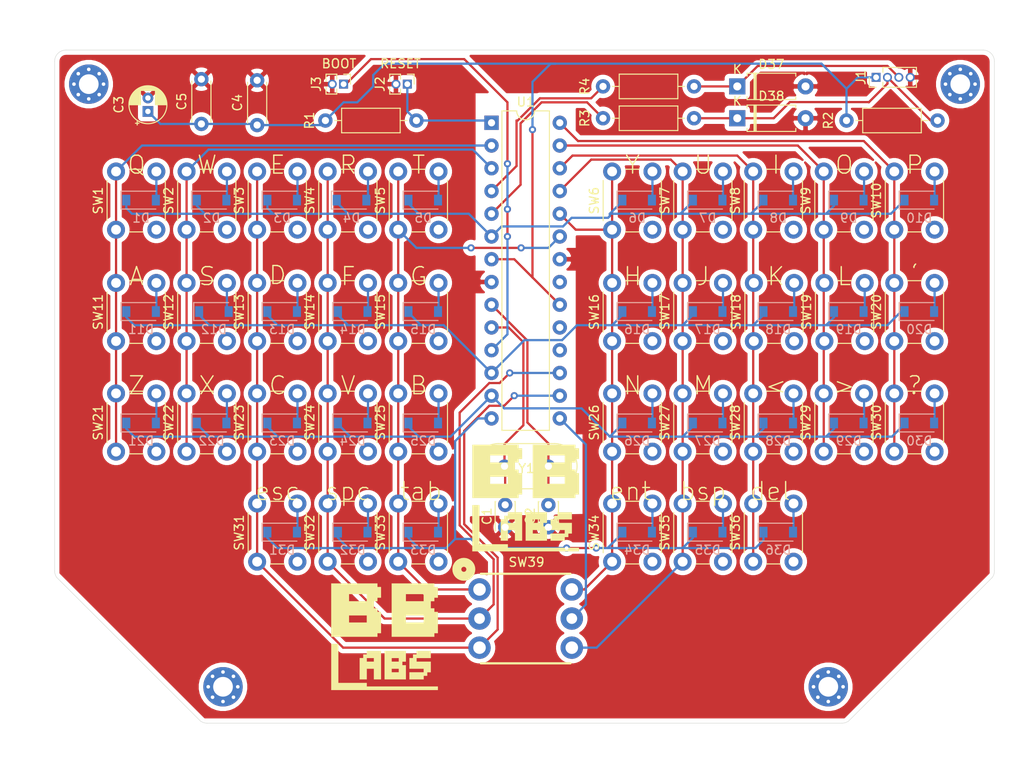
<source format=kicad_pcb>
(kicad_pcb (version 20211014) (generator pcbnew)
  (layers (0 "F.Cu" signal) (31 "B.Cu" signal) (34 "B.Paste" user) (35 "F.Paste" user) (36 "B.SilkS" user "B.Silkscreen") (37 "F.SilkS" user "F.Silkscreen") (38 "B.Mask" user) (39 "F.Mask" user) (44 "Edge.Cuts" user))
  (net 0 "")
  (net 1 "GND")
  (net 2 "Net-(C1-Pad1)")
  (net 3 "Net-(C2-Pad1)")
  (net 4 "+5V")
  (net 5 "Net-(D1-Pad2)")
  (net 6 "ROW0")
  (net 7 "Net-(D2-Pad2)")
  (net 8 "ROW1")
  (net 9 "Net-(D3-Pad2)")
  (net 10 "ROW2")
  (net 11 "Net-(D4-Pad2)")
  (net 12 "Net-(D5-Pad2)")
  (net 13 "Net-(D6-Pad2)")
  (net 14 "Net-(D7-Pad2)")
  (net 15 "Net-(D8-Pad2)")
  (net 16 "Net-(D9-Pad2)")
  (net 17 "Net-(D10-Pad2)")
  (net 18 "ROW3")
  (net 19 "Net-(D11-Pad2)")
  (net 20 "Net-(D12-Pad2)")
  (net 21 "Net-(D13-Pad2)")
  (net 22 "Net-(D14-Pad2)")
  (net 23 "Net-(D15-Pad2)")
  (net 24 "Net-(D16-Pad2)")
  (net 25 "Net-(D17-Pad2)")
  (net 26 "Net-(D18-Pad2)")
  (net 27 "Net-(D19-Pad2)")
  (net 28 "Net-(D20-Pad2)")
  (net 29 "Net-(D21-Pad2)")
  (net 30 "Net-(D22-Pad2)")
  (net 31 "Net-(D23-Pad2)")
  (net 32 "Net-(D24-Pad2)")
  (net 33 "Net-(D25-Pad2)")
  (net 34 "Net-(D26-Pad2)")
  (net 35 "Net-(D27-Pad2)")
  (net 36 "Net-(D28-Pad2)")
  (net 37 "Net-(D29-Pad2)")
  (net 38 "Net-(D30-Pad2)")
  (net 39 "Net-(D31-Pad2)")
  (net 40 "Net-(D32-Pad2)")
  (net 41 "Net-(D33-Pad2)")
  (net 42 "Net-(D34-Pad2)")
  (net 43 "Net-(D35-Pad2)")
  (net 44 "Net-(D36-Pad2)")
  (net 45 "USB_D+")
  (net 46 "USB_D-")
  (net 47 "COL0")
  (net 48 "COL1")
  (net 49 "COL2")
  (net 50 "COL3")
  (net 51 "COL4")
  (net 52 "COL5")
  (net 53 "COL6")
  (net 54 "COL7")
  (net 55 "COL8")
  (net 56 "COL9")
  (net 57 "Net-(U1-Pad21)")
  (net 58 "Net-(U1-Pad19)")
  (net 59 "Net-(U1-Pad18)")
  (net 60 "ROW4")
  (net 61 "Net-(J2-Pad1)")
  (net 62 "Net-(J3-Pad1)")
  (net 63 "Net-(H1-Pad1)")
  (net 64 "Net-(H2-Pad1)")
  (net 65 "Net-(H3-Pad1)")
  (net 66 "Net-(H4-Pad1)")
  (net 67 "Net-(D37-Pad1)")
  (net 68 "Net-(D38-Pad1)")
  (footprint "Resistor_THT:R_Axial_DIN0207_L6.3mm_D2.5mm_P10.16mm_Horizontal" (layer "F.Cu") (at 104.648 43.18)
    (fp_text reference "R1")
    (fp_text value "10k")
  )
  (footprint "Resistor_THT:R_Axial_DIN0207_L6.3mm_D2.5mm_P10.16mm_Horizontal" (layer "F.Cu") (at 162.814 43.18)
    (fp_text reference "R2")
    (fp_text value "1.5k")
  )
  (footprint "Resistor_THT:R_Axial_DIN0207_L6.3mm_D2.5mm_P10.16mm_Horizontal" (layer "F.Cu") (at 135.636 42.926)
    (fp_text reference "R3")
    (fp_text value "75R")
  )
  (footprint "Resistor_THT:R_Axial_DIN0207_L6.3mm_D2.5mm_P10.16mm_Horizontal" (layer "F.Cu") (at 135.636 39.37)
    (fp_text reference "R4")
    (fp_text value "75R")
  )
  (footprint "RSU:switch_5way" (layer "F.Cu") (at 127 98.806)
    (fp_text reference "SW39")
    (fp_text value "5-way_switch")
  )
  (footprint "Connector_PinHeader_1.27mm:PinHeader_1x04_P1.27mm_Vertical" (layer "F.Cu") (at 166.116 38.354 90)
    (fp_text reference "J1")
    (fp_text value "USB_Connector")
  )
  (footprint "Capacitor_THT:CP_Radial_D4.0mm_P1.50mm" (layer "F.Cu") (at 84.836 42.164 90)
    (fp_text reference "C3")
    (fp_text value "4.7u")
  )
  (footprint "Capacitor_THT:C_Disc_D4.3mm_W1.9mm_P5.00mm" (layer "F.Cu") (at 97.028 43.688 90)
    (fp_text reference "C4")
    (fp_text value "100n")
  )
  (footprint "Capacitor_THT:C_Disc_D4.3mm_W1.9mm_P5.00mm" (layer "F.Cu") (at 90.805 43.561 90)
    (fp_text reference "C5")
    (fp_text value "100n")
  )
  (footprint "Connector_PinHeader_1.27mm:PinHeader_1x02_P1.27mm_Vertical" (layer "F.Cu") (at 113.792 39.116 -90)
    (fp_text reference "J2")
    (fp_text value "RESET")
  )
  (footprint "Connector_PinHeader_1.27mm:PinHeader_1x02_P1.27mm_Vertical" (layer "F.Cu") (at 106.68 39.116 -90)
    (fp_text reference "J3")
    (fp_text value "BOOT")
  )
  (footprint "RSU:SW_PUSH_6mm_with_hole" (layer "F.Cu") (at 81.28 67.818 90)
    (fp_text reference "SW11")
    (fp_text value "SW_Push_Dual")
  )
  (footprint "RSU:SW_PUSH_6mm_with_hole" (layer "F.Cu") (at 81.28 80.16 90)
    (fp_text reference "SW21")
    (fp_text value "SW_Push_Dual")
  )
  (footprint "RSU:SW_PUSH_6mm_with_hole" (layer "F.Cu") (at 89.154 55.372 90)
    (fp_text reference "SW2")
    (fp_text value "SW_Push_Dual")
  )
  (footprint "RSU:SW_PUSH_6mm_with_hole" (layer "F.Cu") (at 89.154 67.818 90)
    (fp_text reference "SW12")
    (fp_text value "SW_Push_Dual")
  )
  (footprint "RSU:SW_PUSH_6mm_with_hole" (layer "F.Cu") (at 89.154 80.16 90)
    (fp_text reference "SW22")
    (fp_text value "SW_Push_Dual")
  )
  (footprint "RSU:SW_PUSH_6mm_with_hole" (layer "F.Cu") (at 97.028 55.372 90)
    (fp_text reference "SW3")
    (fp_text value "SW_Push_Dual")
  )
  (footprint "RSU:SW_PUSH_6mm_with_hole" (layer "F.Cu") (at 97.028 67.818 90)
    (fp_text reference "SW13")
    (fp_text value "SW_Push_Dual")
  )
  (footprint "RSU:SW_PUSH_6mm_with_hole" (layer "F.Cu") (at 97.028 80.16 90)
    (fp_text reference "SW23")
    (fp_text value "SW_Push_Dual")
  )
  (footprint "RSU:SW_PUSH_6mm_with_hole" (layer "F.Cu") (at 97.028 92.456 90)
    (fp_text reference "SW31")
    (fp_text value "SW_Push_Dual")
  )
  (footprint "RSU:SW_PUSH_6mm_with_hole" (layer "F.Cu") (at 104.902 55.372 90)
    (fp_text reference "SW4")
    (fp_text value "SW_Push_Dual")
  )
  (footprint "RSU:SW_PUSH_6mm_with_hole" (layer "F.Cu") (at 104.902 67.818 90)
    (fp_text reference "SW14")
    (fp_text value "SW_Push_Dual")
  )
  (footprint "RSU:SW_PUSH_6mm_with_hole" (layer "F.Cu") (at 104.902 80.16 90)
    (fp_text reference "SW24")
    (fp_text value "SW_Push_Dual")
  )
  (footprint "RSU:SW_PUSH_6mm_with_hole" (layer "F.Cu") (at 104.902 92.456 90)
    (fp_text reference "SW32")
    (fp_text value "SW_Push_Dual")
  )
  (footprint "RSU:SW_PUSH_6mm_with_hole" (layer "F.Cu") (at 81.28 55.372 90)
    (fp_text reference "SW1")
    (fp_text value "SW_Push_Dual")
  )
  (footprint "RSU:SW_PUSH_6mm_with_hole" (layer "F.Cu") (at 144.526 55.372 90)
    (fp_text reference "SW7")
    (fp_text value "SW_Push_Dual")
  )
  (footprint "RSU:SW_PUSH_6mm_with_hole" (layer "F.Cu") (at 144.526 67.818 90)
    (fp_text reference "SW17")
    (fp_text value "SW_Push_Dual")
  )
  (footprint "RSU:SW_PUSH_6mm_with_hole" (layer "F.Cu") (at 144.526 80.16 90)
    (fp_text reference "SW27")
    (fp_text value "SW_Push_Dual")
  )
  (footprint "RSU:SW_PUSH_6mm_with_hole" (layer "F.Cu") (at 144.526 92.456 90)
    (fp_text reference "SW35")
    (fp_text value "SW_Push_Dual")
  )
  (footprint "RSU:SW_PUSH_6mm_with_hole" (layer "F.Cu") (at 152.4 55.372 90)
    (fp_text reference "SW8")
    (fp_text value "SW_Push_Dual")
  )
  (footprint "RSU:SW_PUSH_6mm_with_hole" (layer "F.Cu") (at 152.472 67.818 90)
    (fp_text reference "SW18")
    (fp_text value "SW_Push_Dual")
  )
  (footprint "RSU:SW_PUSH_6mm_with_hole" (layer "F.Cu") (at 152.4 80.16 90)
    (fp_text reference "SW28")
    (fp_text value "SW_Push_Dual")
  )
  (footprint "RSU:SW_PUSH_6mm_with_hole" (layer "F.Cu") (at 152.4 92.456 90)
    (fp_text reference "SW36")
    (fp_text value "SW_Push_Dual")
  )
  (footprint "RSU:SW_PUSH_6mm_with_hole" (layer "F.Cu") (at 160.274 55.372 90)
    (fp_text reference "SW9")
    (fp_text value "SW_Push_Dual")
  )
  (footprint "RSU:SW_PUSH_6mm_with_hole" (layer "F.Cu") (at 160.346 67.818 90)
    (fp_text reference "SW19")
    (fp_text value "SW_Push_Dual")
  )
  (footprint "RSU:SW_PUSH_6mm_with_hole" (layer "F.Cu") (at 160.274 80.16 90)
    (fp_text reference "SW29")
    (fp_text value "SW_Push_Dual")
  )
  (footprint "RSU:SW_PUSH_6mm_with_hole" (layer "F.Cu") (at 168.148 55.372 90)
    (fp_text reference "SW10")
    (fp_text value "SW_Push_Dual")
  )
  (footprint "RSU:SW_PUSH_6mm_with_hole" (layer "F.Cu") (at 112.776 55.372 90)
    (fp_text reference "SW5")
    (fp_text value "SW_Push_Dual")
  )
  (footprint "RSU:SW_PUSH_6mm_with_hole" (layer "F.Cu") (at 112.776 92.456 90)
    (fp_text reference "SW33")
    (fp_text value "SW_Push_Dual")
  )
  (footprint "RSU:SW_PUSH_6mm_with_hole" (layer "F.Cu") (at 136.652 55.372 90)
    (fp_text reference "SW6")
    (fp_text value "SW_Push_Dual")
  )
  (footprint "RSU:SW_PUSH_6mm_with_hole" (layer "F.Cu") (at 112.776 67.818 90)
    (fp_text reference "SW15")
    (fp_text value "SW_Push_Dual")
  )
  (footprint "RSU:SW_PUSH_6mm_with_hole" (layer "F.Cu") (at 136.652 67.818 90)
    (fp_text reference "SW16")
    (fp_text value "SW_Push_Dual")
  )
  (footprint "RSU:SW_PUSH_6mm_with_hole" (layer "F.Cu") (at 168.148 67.818 90)
    (fp_text reference "SW20")
    (fp_text value "SW_Push_Dual")
  )
  (footprint "RSU:SW_PUSH_6mm_with_hole" (layer "F.Cu") (at 136.652 80.16 90)
    (fp_text reference "SW26")
    (fp_text value "SW_Push_Dual")
  )
  (footprint "RSU:SW_PUSH_6mm_with_hole" (layer "F.Cu") (at 168.148 80.16 90)
    (fp_text reference "SW30")
    (fp_text value "SW_Push_Dual")
  )
  (footprint "RSU:SW_PUSH_6mm_with_hole" (layer "F.Cu") (at 136.652 92.456 90)
    (fp_text reference "SW34")
    (fp_text value "SW_Push_Dual")
  )
  (footprint "Package_DIP:DIP-28_W7.62mm" (layer "F.Cu") (at 123.19 43.434)
    (fp_text reference "U1")
    (fp_text value "ATmega328-PU")
  )
  (footprint "Capacitor_THT:C_Disc_D3.0mm_W2.0mm_P2.50mm" (layer "F.Cu") (at 124.714 86.106 -90)
    (fp_text reference "C1")
    (fp_text value "22p")
  )
  (footprint "Crystal:Crystal_HC18-U_Vertical" (layer "F.Cu") (at 129.54 81.788 180)
    (fp_text reference "Y1")
    (fp_text value "16mhz")
  )
  (footprint "Capacitor_THT:C_Disc_D3.0mm_W2.0mm_P2.50mm" (layer "F.Cu") (at 129.54 86.106 -90)
    (fp_text reference "C2")
    (fp_text value "22p")
  )
  (footprint "RSU:SW_PUSH_6mm_with_hole" (layer "F.Cu") (at 112.776 80.16 90)
    (fp_text reference "SW25")
    (fp_text value "SW_Push_Dual")
  )
  (footprint "Horizon:Mount_M2" (layer "F.Cu") (at 78.232 39.116)
    (fp_text reference "H1" hide)
    (fp_text value "Hole_Pad" hide)
  )
  (footprint "Horizon:Mount_M2" (layer "F.Cu") (at 175.514 39.116)
    (fp_text reference "H3" hide)
    (fp_text value "Hole_Pad" hide)
  )
  (footprint "Diode_THT:D_A-405_P7.62mm_Horizontal" (layer "F.Cu") (at 150.622 39.37)
    (fp_text reference "D37")
    (fp_text value "D_Zener")
  )
  (footprint "Diode_THT:D_A-405_P7.62mm_Horizontal" (layer "F.Cu") (at 150.622 42.926)
    (fp_text reference "D38")
    (fp_text value "D_Zener")
  )
  (footprint "Horizon:Mount_M2" (layer "F.Cu") (at 160.782 106.426)
    (fp_text reference "H2" hide)
    (fp_text value "Hole_Pad" hide)
  )
  (footprint "Horizon:Mount_M2" (layer "F.Cu") (at 93.218 106.426)
    (fp_text reference "H4" hide)
    (fp_text value "Hole_Pad" hide)
  )
  (footprint "RSU_Graphics:bblabs_logo_sml" (layer "F.Cu") (at 127 85.344)
    (fp_text reference "LOGO1" hide)
    (fp_text value "LOGO1" hide)
  )
  (footprint "RSU_Graphics:bblabs_logo_sml" (layer "F.Cu") (at 111.252 100.838)
    (fp_text reference "PCBLogo" hide)
    (fp_text value "PCBLogo" hide)
  )
  (footprint "Diode_SMD:D_SOD-123" (layer "B.Cu") (at 84.074 52.07)
    (fp_text reference "D1")
    (fp_text value "D")
  )
  (footprint "Diode_SMD:D_SOD-123" (layer "B.Cu") (at 84.074 64.516)
    (fp_text reference "D11")
    (fp_text value "D")
  )
  (footprint "Diode_SMD:D_SOD-123" (layer "B.Cu") (at 84.074 76.962)
    (fp_text reference "D21")
    (fp_text value "D")
  )
  (footprint "Diode_SMD:D_SOD-123" (layer "B.Cu") (at 91.948 52.07)
    (fp_text reference "D2")
    (fp_text value "D")
  )
  (footprint "Diode_SMD:D_SOD-123" (layer "B.Cu") (at 92.202 64.516)
    (fp_text reference "D12")
    (fp_text value "D")
  )
  (footprint "Diode_SMD:D_SOD-123" (layer "B.Cu") (at 91.948 76.962)
    (fp_text reference "D22")
    (fp_text value "D")
  )
  (footprint "Diode_SMD:D_SOD-123" (layer "B.Cu") (at 99.822 52.07)
    (fp_text reference "D3")
    (fp_text value "D")
  )
  (footprint "Diode_SMD:D_SOD-123" (layer "B.Cu") (at 99.822 64.516)
    (fp_text reference "D13")
    (fp_text value "D")
  )
  (footprint "Diode_SMD:D_SOD-123" (layer "B.Cu") (at 99.822 76.962)
    (fp_text reference "D23")
    (fp_text value "D")
  )
  (footprint "Diode_SMD:D_SOD-123" (layer "B.Cu") (at 99.822 89.154)
    (fp_text reference "D31")
    (fp_text value "D")
  )
  (footprint "Diode_SMD:D_SOD-123" (layer "B.Cu") (at 107.57 52.07)
    (fp_text reference "D4")
    (fp_text value "D")
  )
  (footprint "Diode_SMD:D_SOD-123" (layer "B.Cu") (at 107.696 64.516)
    (fp_text reference "D14")
    (fp_text value "D")
  )
  (footprint "Diode_SMD:D_SOD-123" (layer "B.Cu") (at 107.696 76.962)
    (fp_text reference "D24")
    (fp_text value "D")
  )
  (footprint "Diode_SMD:D_SOD-123" (layer "B.Cu") (at 107.696 89.154)
    (fp_text reference "D32")
    (fp_text value "D")
  )
  (footprint "Diode_SMD:D_SOD-123" (layer "B.Cu") (at 115.57 52.07)
    (fp_text reference "D5")
    (fp_text value "D")
  )
  (footprint "Diode_SMD:D_SOD-123" (layer "B.Cu") (at 115.57 64.516)
    (fp_text reference "D15")
    (fp_text value "D")
  )
  (footprint "Diode_SMD:D_SOD-123" (layer "B.Cu") (at 115.57 76.962)
    (fp_text reference "D25")
    (fp_text value "D")
  )
  (footprint "Diode_SMD:D_SOD-123" (layer "B.Cu") (at 115.57 89.154)
    (fp_text reference "D33")
    (fp_text value "D")
  )
  (footprint "Diode_SMD:D_SOD-123" (layer "B.Cu") (at 139.446 52.07)
    (fp_text reference "D6")
    (fp_text value "D")
  )
  (footprint "Diode_SMD:D_SOD-123" (layer "B.Cu") (at 139.446 64.516)
    (fp_text reference "D16")
    (fp_text value "D")
  )
  (footprint "Diode_SMD:D_SOD-123" (layer "B.Cu") (at 139.446 76.962)
    (fp_text reference "D26")
    (fp_text value "D")
  )
  (footprint "Diode_SMD:D_SOD-123" (layer "B.Cu") (at 139.446 89.154)
    (fp_text reference "D34")
    (fp_text value "D")
  )
  (footprint "Diode_SMD:D_SOD-123" (layer "B.Cu") (at 147.32 52.07)
    (fp_text reference "D7")
    (fp_text value "D")
  )
  (footprint "Diode_SMD:D_SOD-123" (layer "B.Cu") (at 147.32 64.516)
    (fp_text reference "D17")
    (fp_text value "D")
  )
  (footprint "Diode_SMD:D_SOD-123" (layer "B.Cu") (at 147.32 76.962)
    (fp_text reference "D27")
    (fp_text value "D")
  )
  (footprint "Diode_SMD:D_SOD-123" (layer "B.Cu") (at 147.32 89.154)
    (fp_text reference "D35")
    (fp_text value "D")
  )
  (footprint "Diode_SMD:D_SOD-123" (layer "B.Cu") (at 155.194 52.07)
    (fp_text reference "D8")
    (fp_text value "D")
  )
  (footprint "Diode_SMD:D_SOD-123" (layer "B.Cu") (at 155.194 64.516)
    (fp_text reference "D18")
    (fp_text value "D")
  )
  (footprint "Diode_SMD:D_SOD-123" (layer "B.Cu") (at 155.194 76.962)
    (fp_text reference "D28")
    (fp_text value "D")
  )
  (footprint "Diode_SMD:D_SOD-123" (layer "B.Cu") (at 155.194 89.154)
    (fp_text reference "D36")
    (fp_text value "D")
  )
  (footprint "Diode_SMD:D_SOD-123" (layer "B.Cu") (at 163.068 52.07)
    (fp_text reference "D9")
    (fp_text value "D")
  )
  (footprint "Diode_SMD:D_SOD-123" (layer "B.Cu") (at 163.068 64.516)
    (fp_text reference "D19")
    (fp_text value "D")
  )
  (footprint "Diode_SMD:D_SOD-123" (layer "B.Cu") (at 163.068 76.962)
    (fp_text reference "D29")
    (fp_text value "D")
  )
  (footprint "Diode_SMD:D_SOD-123" (layer "B.Cu") (at 170.942 52.07)
    (fp_text reference "D10")
    (fp_text value "D")
  )
  (footprint "Diode_SMD:D_SOD-123" (layer "B.Cu") (at 170.942 64.516)
    (fp_text reference "D20")
    (fp_text value "D")
  )
  (footprint "Diode_SMD:D_SOD-123" (layer "B.Cu") (at 170.942 76.962)
    (fp_text reference "D30")
    (fp_text value "D")
  )
  (gr_arc (start 74.422 36.576) (mid 74.793974 35.677974) (end 75.692 35.306) (layer "Edge.Cuts") (width 0.05))
  (gr_line (start 75.692 35.306) (end 178.054 35.306) (layer "Edge.Cuts") (width 0.05))
  (gr_arc (start 163.068 110.236) (mid 162.707609 110.424828) (end 162.306 110.49) (layer "Edge.Cuts") (width 0.05))
  (gr_line (start 179.324 36.576) (end 179.324 93.472) (layer "Edge.Cuts") (width 0.05))
  (gr_line (start 179.07 94.234) (end 163.068 110.236) (layer "Edge.Cuts") (width 0.05))
  (gr_line (start 162.306 110.49) (end 91.44 110.49) (layer "Edge.Cuts") (width 0.05))
  (gr_line (start 90.678 110.236) (end 74.676 94.234) (layer "Edge.Cuts") (width 0.05))
  (gr_line (start 74.422 93.472) (end 74.422 36.576) (layer "Edge.Cuts") (width 0.05))
  (gr_arc (start 179.324 93.472) (mid 179.258828 93.873609) (end 179.07 94.234) (layer "Edge.Cuts") (width 0.05))
  (gr_arc (start 91.44 110.49) (mid 91.038391 110.424828) (end 90.678 110.236) (layer "Edge.Cuts") (width 0.05))
  (gr_arc (start 74.676 94.234) (mid 74.487172 93.873609) (end 74.422 93.472) (layer "Edge.Cuts") (width 0.05))
  (gr_arc (start 178.054 35.306) (mid 178.952026 35.677974) (end 179.324 36.576) (layer "Edge.Cuts") (width 0.05))
  (gr_text "T" (at 115.062 48.133) (layer "F.SilkS") (effects (font (size 2 2))))
  (gr_text "J" (at 146.812 60.579) (layer "F.SilkS") (effects (font (size 2 2))))
  (gr_text "L" (at 162.56 60.579) (layer "F.SilkS") (effects (font (size 2 2))))
  (gr_text "K" (at 154.94 60.579) (layer "F.SilkS") (effects (font (size 2 2))))
  (gr_text "‘" (at 170.434 60.579) (layer "F.SilkS") (effects (font (size 2 2))))
  (gr_text "H" (at 138.938 60.579) (layer "F.SilkS") (effects (font (size 2 2))))
  (gr_text "Y" (at 138.938 48.133) (layer "F.SilkS") (effects (font (size 2 2))))
  (gr_text "F" (at 107.188 60.579) (layer "F.SilkS") (effects (font (size 2 2))))
  (gr_text "G" (at 115.062 60.579) (layer "F.SilkS") (effects (font (size 2 2))))
  (gr_text "N" (at 138.938 72.771) (layer "F.SilkS") (effects (font (size 2 2))))
  (gr_text "U" (at 146.812 48.133) (layer "F.SilkS") (effects (font (size 2 2))))
  (gr_text "P" (at 170.434 48.133) (layer "F.SilkS") (effects (font (size 2 2))))
  (gr_text "<" (at 154.94 72.771) (layer "F.SilkS") (effects (font (size 2 2))))
  (gr_text "V" (at 107.188 72.771) (layer "F.SilkS") (effects (font (size 2 2))))
  (gr_text "I" (at 154.94 48.133) (layer "F.SilkS") (effects (font (size 2 2))))
  (gr_text "M" (at 146.812 72.771) (layer "F.SilkS") (effects (font (size 2 2))))
  (gr_text "C" (at 99.314 72.771) (layer "F.SilkS") (effects (font (size 2 2))))
  (gr_text "A" (at 83.566 60.579) (layer "F.SilkS") (effects (font (size 2 2))))
  (gr_text "Q" (at 83.566 48.133) (layer "F.SilkS") (effects (font (size 2 2))))
  (gr_text "B" (at 115.062 72.771) (layer "F.SilkS") (effects (font (size 2 2))))
  (gr_text "D" (at 99.314 60.452) (layer "F.SilkS") (effects (font (size 2 2))))
  (gr_text ">" (at 162.56 72.771) (layer "F.SilkS") (effects (font (size 2 2))))
  (gr_text "S" (at 91.44 60.579) (layer "F.SilkS") (effects (font (size 2 2))))
  (gr_text "W" (at 91.44 48.133) (layer "F.SilkS") (effects (font (size 2 2))))
  (gr_text "?" (at 170.434 72.771) (layer "F.SilkS") (effects (font (size 2 2))))
  (gr_text "R" (at 107.188 48.133) (layer "F.SilkS") (effects (font (size 2 2))))
  (gr_text "spc" (at 107.188 84.582) (layer "F.SilkS") (effects (font (size 2 2))))
  (gr_text "bsp" (at 146.812 84.582) (layer "F.SilkS") (effects (font (size 2 2))))
  (gr_text "del" (at 154.305 84.582) (layer "F.SilkS") (effects (font (size 2 2))))
  (gr_text "Z" (at 83.566 72.771) (layer "F.SilkS") (effects (font (size 2 2))))
  (gr_text "ent" (at 138.684 84.582) (layer "F.SilkS") (effects (font (size 2 2))))
  (gr_text "esc" (at 99.314 84.582) (layer "F.SilkS") (effects (font (size 2 2))))
  (gr_text "E" (at 99.314 48.133) (layer "F.SilkS") (effects (font (size 2 2))))
  (gr_text "tab" (at 115.316 84.582) (layer "F.SilkS") (effects (font (size 2 2))))
  (gr_text "O" (at 162.56 48.133) (layer "F.SilkS") (effects (font (size 2 2))))
  (gr_text "X" (at 91.44 72.771) (layer "F.SilkS") (effects (font (size 2 2))))
  (segment (start 126.746 77.216) (end 124.64 79.322) (width 0.25) (layer "F.Cu") (net 2))
  (segment (start 123.19 66.294) (end 125.09359 66.294) (width 0.25) (layer "F.Cu") (net 2))
  (segment (start 124.714 81.862) (end 124.64 81.788) (width 0.25) (layer "F.Cu") (net 2))
  (segment (start 124.64 79.322) (end 124.64 81.788) (width 0.25) (layer "F.Cu") (net 2))
  (segment (start 126.746 67.94641) (end 126.746 77.216) (width 0.25) (layer "F.Cu") (net 2))
  (segment (start 124.714 86.106) (end 124.714 81.862) (width 0.25) (layer "F.Cu") (net 2))
  (segment (start 125.09359 66.294) (end 126.746 67.94641) (width 0.25) (layer "F.Cu") (net 2))
  (segment (start 129.54 81.788) (end 129.54 79.248) (width 0.25) (layer "F.Cu") (net 3))
  (segment (start 127.19601 67.76001) (end 123.19 63.754) (width 0.25) (layer "F.Cu") (net 3))
  (segment (start 127.19601 76.90401) (end 127.19601 67.76001) (width 0.25) (layer "F.Cu") (net 3))
  (segment (start 129.54 79.248) (end 127.19601 76.90401) (width 0.25) (layer "F.Cu") (net 3))
  (segment (start 129.54 86.106) (end 129.54 81.788) (width 0.25) (layer "F.Cu") (net 3))
  (segment (start 130.81 63.754) (end 127.762 60.706) (width 0.25) (layer "F.Cu") (net 4))
  (segment (start 123.19 58.674) (end 125.73 58.674) (width 0.25) (layer "F.Cu") (net 4))
  (segment (start 127.762 60.706) (end 127.762 44.196) (width 0.25) (layer "F.Cu") (net 4))
  (segment (start 125.73 58.674) (end 127.762 60.706) (width 0.25) (layer "F.Cu") (net 4))
  (via (at 127.762 44.196) (size 0.8) (drill 0.4) (layers "F.Cu" "B.Cu") (net 4))
  (segment (start 106.68 41.148) (end 108.204 41.148) (width 0.25) (layer "B.Cu") (net 4))
  (segment (start 86.233 43.561) (end 90.805 43.561) (width 0.25) (layer "B.Cu") (net 4))
  (segment (start 162.814 39.624) (end 162.814 43.18) (width 0.25) (layer "B.Cu") (net 4))
  (segment (start 104.14 43.688) (end 104.648 43.18) (width 0.25) (layer "B.Cu") (net 4))
  (segment (start 104.648 43.18) (end 106.68 41.148) (width 0.25) (layer "B.Cu") (net 4))
  (segment (start 109.982 38.1) (end 111.252 36.83) (width 0.25) (layer "B.Cu") (net 4))
  (segment (start 129.794 36.83) (end 130.302 36.83) (width 0.25) (layer "B.Cu") (net 4))
  (segment (start 109.982 39.37) (end 109.982 38.1) (width 0.25) (layer "B.Cu") (net 4))
  (segment (start 84.836 42.164) (end 86.233 43.561) (width 0.25) (layer "B.Cu") (net 4))
  (segment (start 160.02 36.83) (end 162.814 39.624) (width 0.25) (layer "B.Cu") (net 4))
  (segment (start 96.901 43.561) (end 97.028 43.688) (width 0.25) (layer "B.Cu") (net 4))
  (segment (start 127.762 44.196) (end 127.762 38.862) (width 0.25) (layer "B.Cu") (net 4))
  (segment (start 164.084 38.354) (end 162.814 39.624) (width 0.25) (layer "B.Cu") (net 4))
  (segment (start 166.116 38.354) (end 164.084 38.354) (width 0.25) (layer "B.Cu") (net 4))
  (segment (start 111.252 36.83) (end 130.302 36.83) (width 0.25) (layer "B.Cu") (net 4))
  (segment (start 127.762 38.862) (end 129.794 36.83) (width 0.25) (layer "B.Cu") (net 4))
  (segment (start 108.204 41.148) (end 109.982 39.37) (width 0.25) (layer "B.Cu") (net 4))
  (segment (start 90.805 43.561) (end 96.901 43.561) (width 0.25) (layer "B.Cu") (net 4))
  (segment (start 97.028 43.688) (end 104.14 43.688) (width 0.25) (layer "B.Cu") (net 4))
  (segment (start 130.302 36.83) (end 160.02 36.83) (width 0.25) (layer "B.Cu") (net 4))
  (segment (start 85.78 52.014) (end 85.724 52.07) (width 0.25) (layer "B.Cu") (net 5))
  (segment (start 85.78 48.872) (end 85.78 52.014) (width 0.25) (layer "B.Cu") (net 5))
  (segment (start 113.92 52.452) (end 115.062 53.594) (width 0.25) (layer "B.Cu") (net 6))
  (segment (start 136.398 53.594) (end 144.272 53.594) (width 0.25) (layer "B.Cu") (net 6))
  (segment (start 132.135001 54.046999) (end 131.173001 55.008999) (width 0.25) (layer "B.Cu") (net 6))
  (segment (start 83.058 53.594) (end 91.186 53.594) (width 0.25) (layer "B.Cu") (net 6))
  (segment (start 90.298 52.706) (end 91.186 53.594) (width 0.25) (layer "B.Cu") (net 6))
  (segment (start 161.418 52.07) (end 161.418 52.704) (width 0.25) (layer "B.Cu") (net 6))
  (segment (start 161.418 52.704) (end 160.528 53.594) (width 0.25) (layer "B.Cu") (net 6))
  (segment (start 91.186 53.594) (end 98.806 53.594) (width 0.25) (layer "B.Cu") (net 6))
  (segment (start 145.67 52.196) (end 144.272 53.594) (width 0.25) (layer "B.Cu") (net 6))
  (segment (start 136.199001 54.046999) (end 132.135001 54.046999) (width 0.25) (layer "B.Cu") (net 6))
  (segment (start 113.92 52.07) (end 113.92 52.452) (width 0.25) (layer "B.Cu") (net 6))
  (segment (start 107.188 53.594) (end 115.062 53.594) (width 0.25) (layer "B.Cu") (net 6))
  (segment (start 124.315001 55.008999) (end 123.19 56.134) (width 0.25) (layer "B.Cu") (net 6))
  (segment (start 152.146 53.594) (end 160.528 53.594) (width 0.25) (layer "B.Cu") (net 6))
  (segment (start 98.806 53.594) (end 107.188 53.594) (width 0.25) (layer "B.Cu") (net 6))
  (segment (start 105.92 52.07) (end 105.92 52.326) (width 0.25) (layer "B.Cu") (net 6))
  (segment (start 145.67 52.07) (end 145.67 52.196) (width 0.25) (layer "B.Cu") (net 6))
  (segment (start 137.796 52.196) (end 136.398 53.594) (width 0.25) (layer "B.Cu") (net 6))
  (segment (start 98.172 52.96) (end 98.806 53.594) (width 0.25) (layer "B.Cu") (net 6))
  (segment (start 137.796 52.07) (end 137.796 52.196) (width 0.25) (layer "B.Cu") (net 6))
  (segment (start 144.272 53.594) (end 152.146 53.594) (width 0.25) (layer "B.Cu") (net 6))
  (segment (start 153.544 52.196) (end 152.146 53.594) (width 0.25) (layer "B.Cu") (net 6))
  (segment (start 105.92 52.326) (end 107.188 53.594) (width 0.25) (layer "B.Cu") (net 6))
  (segment (start 131.173001 55.008999) (end 124.315001 55.008999) (width 0.25) (layer "B.Cu") (net 6))
  (segment (start 160.528 53.594) (end 167.768 53.594) (width 0.25) (layer "B.Cu") (net 6))
  (segment (start 167.768 53.594) (end 169.292 52.07) (width 0.25) (layer "B.Cu") (net 6))
  (segment (start 82.424 52.07) (end 82.424 52.96) (width 0.25) (layer "B.Cu") (net 6))
  (segment (start 98.172 52.07) (end 98.172 52.96) (width 0.25) (layer "B.Cu") (net 6))
  (segment (start 153.544 52.07) (end 153.544 52.196) (width 0.25) (layer "B.Cu") (net 6))
  (segment (start 82.424 52.96) (end 83.058 53.594) (width 0.25) (layer "B.Cu") (net 6))
  (segment (start 136.398 53.594) (end 136.398 53.848) (width 0.25) (layer "B.Cu") (net 6))
  (segment (start 115.062 53.594) (end 120.65 53.594) (width 0.25) (layer "B.Cu") (net 6))
  (segment (start 120.65 53.594) (end 123.19 56.134) (width 0.25) (layer "B.Cu") (net 6))
  (segment (start 90.298 52.07) (end 90.298 52.706) (width 0.25) (layer "B.Cu") (net 6))
  (segment (start 136.398 53.848) (end 136.199001 54.046999) (width 0.25) (layer "B.Cu") (net 6))
  (segment (start 93.654 48.872) (end 93.654 52.014) (width 0.25) (layer "B.Cu") (net 7))
  (segment (start 93.654 52.014) (end 93.598 52.07) (width 0.25) (layer "B.Cu") (net 7))
  (segment (start 90.552 64.516) (end 90.552 64.898) (width 0.25) (layer "B.Cu") (net 8))
  (segment (start 152.4 66.04) (end 144.526 66.04) (width 0.25) (layer "B.Cu") (net 8))
  (segment (start 98.172 64.516) (end 98.172 64.898) (width 0.25) (layer "B.Cu") (net 8))
  (segment (start 137.796 64.896) (end 136.652 66.04) (width 0.25) (layer "B.Cu") (net 8))
  (segment (start 169.292 64.516) (end 168.91 64.516) (width 0.25) (layer "B.Cu") (net 8))
  (segment (start 83.312 66.04) (end 91.694 66.04) (width 0.25) (layer "B.Cu") (net 8))
  (segment (start 113.92 64.516) (end 113.92 64.644) (width 0.25) (layer "B.Cu") (net 8))
  (segment (start 90.552 64.516) (end 90.552 64.644) (width 0.25) (layer "B.Cu") (net 8))
  (segment (start 136.652 66.04) (end 132.729002 66.04) (width 0.25) (layer "B.Cu") (net 8))
  (segment (start 106.046 64.516) (end 106.046 64.898) (width 0.25) (layer "B.Cu") (net 8))
  (segment (start 107.188 66.04) (end 115.316 66.04) (width 0.25) (layer "B.Cu") (net 8))
  (segment (start 161.418 65.15) (end 160.528 66.04) (width 0.25) (layer "B.Cu") (net 8))
  (segment (start 153.544 64.896) (end 152.4 66.04) (width 0.25) (layer "B.Cu") (net 8))
  (segment (start 137.796 64.516) (end 137.796 64.896) (width 0.25) (layer "B.Cu") (net 8))
  (segment (start 82.424 65.152) (end 83.312 66.04) (width 0.25) (layer "B.Cu") (net 8))
  (segment (start 106.046 64.898) (end 107.188 66.04) (width 0.25) (layer "B.Cu") (net 8))
  (segment (start 131.060003 67.708999) (end 126.855001 67.708999) (width 0.25) (layer "B.Cu") (net 8))
  (segment (start 98.172 64.898) (end 99.314 66.04) (width 0.25) (layer "B.Cu") (net 8))
  (segment (start 115.316 66.04) (end 117.856 66.04) (width 0.25) (layer "B.Cu") (net 8))
  (segment (start 160.528 66.04) (end 152.4 66.04) (width 0.25) (layer "B.Cu") (net 8))
  (segment (start 132.729002 66.04) (end 131.060003 67.708999) (width 0.25) (layer "B.Cu") (net 8))
  (segment (start 126.855001 67.708999) (end 123.19 71.374) (width 0.25) (layer "B.Cu") (net 8))
  (segment (start 82.424 64.516) (end 82.424 65.152) (width 0.25) (layer "B.Cu") (net 8))
  (segment (start 153.544 64.516) (end 153.544 64.896) (width 0.25) (layer "B.Cu") (net 8))
  (segment (start 144.526 66.04) (end 136.652 66.04) (width 0.25) (layer "B.Cu") (net 8))
  (segment (start 91.694 66.04) (end 99.314 66.04) (width 0.25) (layer "B.Cu") (net 8))
  (segment (start 145.67 64.516) (end 145.67 64.896) (width 0.25) (layer "B.Cu") (net 8))
  (segment (start 113.92 64.644) (end 115.316 66.04) (width 0.25) (layer "B.Cu") (net 8))
  (segment (start 161.418 64.516) (end 161.418 65.15) (width 0.25) (layer "B.Cu") (net 8))
  (segment (start 167.386 66.04) (end 160.528 66.04) (width 0.25) (layer "B.Cu") (net 8))
  (segment (start 117.856 66.04) (end 123.19 71.374) (width 0.25) (layer "B.Cu") (net 8))
  (segment (start 145.67 64.896) (end 144.526 66.04) (width 0.25) (layer "B.Cu") (net 8))
  (segment (start 90.552 64.898) (end 91.694 66.04) (width 0.25) (layer "B.Cu") (net 8))
  (segment (start 99.314 66.04) (end 107.188 66.04) (width 0.25) (layer "B.Cu") (net 8))
  (segment (start 168.91 64.516) (end 167.386 66.04) (width 0.25) (layer "B.Cu") (net 8))
  (segment (start 101.528 52.014) (end 101.472 52.07) (width 0.25) (layer "B.Cu") (net 9))
  (segment (start 101.528 48.872) (end 101.528 52.014) (width 0.25) (layer "B.Cu") (net 9))
  (segment (start 124.604999 75.328999) (end 123.19 73.914) (width 0.25) (layer "B.Cu") (net 10))
  (segment (start 82.424 77.598) (end 83.312 78.486) (width 0.25) (layer "B.Cu") (net 10))
  (segment (start 99.314 78.486) (end 107.442 78.486) (width 0.25) (layer "B.Cu") (net 10))
  (segment (start 169.292 76.962) (end 169.292 77.088) (width 0.25) (layer "B.Cu") (net 10))
  (segment (start 160.528 78.486) (end 152.654 78.486) (width 0.25) (layer "B.Cu") (net 10))
  (segment (start 90.298 76.962) (end 90.298 77.09) (width 0.25) (layer "B.Cu") (net 10))
  (segment (start 153.544 77.596) (end 152.654 78.486) (width 0.25) (layer "B.Cu") (net 10))
  (segment (start 82.424 76.962) (end 82.424 77.598) (width 0.25) (layer "B.Cu") (net 10))
  (segment (start 118.618 78.486) (end 118.364 78.486) (width 0.25) (layer "B.Cu") (net 10))
  (segment (start 123.19 73.914) (end 118.618 78.486) (width 0.25) (layer "B.Cu") (net 10))
  (segment (start 106.046 77.09) (end 107.442 78.486) (width 0.25) (layer "B.Cu") (net 10))
  (segment (start 115.062 78.486) (end 118.364 78.486) (width 0.25) (layer "B.Cu") (net 10))
  (segment (start 107.442 78.486) (end 115.062 78.486) (width 0.25) (layer "B.Cu") (net 10))
  (segment (start 152.654 78.486) (end 144.526 78.486) (width 0.25) (layer "B.Cu") (net 10))
  (segment (start 133.240999 75.328999) (end 124.604999 75.328999) (width 0.25) (layer "B.Cu") (net 10))
  (segment (start 145.67 77.342) (end 144.526 78.486) (width 0.25) (layer "B.Cu") (net 10))
  (segment (start 83.312 78.486) (end 91.694 78.486) (width 0.25) (layer "B.Cu") (net 10))
  (segment (start 113.92 77.344) (end 115.062 78.486) (width 0.25) (layer "B.Cu") (net 10))
  (segment (start 98.172 76.962) (end 98.172 77.344) (width 0.25) (layer "B.Cu") (net 10))
  (segment (start 98.172 77.344) (end 99.314 78.486) (width 0.25) (layer "B.Cu") (net 10))
  (segment (start 113.92 76.962) (end 113.92 77.344) (width 0.25) (layer "B.Cu") (net 10))
  (segment (start 161.418 76.962) (end 161.418 77.596) (width 0.25) (layer "B.Cu") (net 10))
  (segment (start 153.544 76.962) (end 153.544 77.596) (width 0.25) (layer "B.Cu") (net 10))
  (segment (start 137.796 77.088) (end 136.398 78.486) (width 0.25) (layer "B.Cu") (net 10))
  (segment (start 106.046 76.962) (end 106.046 77.09) (width 0.25) (layer "B.Cu") (net 10))
  (segment (start 90.298 77.09) (end 91.694 78.486) (width 0.25) (layer "B.Cu") (net 10))
  (segment (start 167.894 78.486) (end 160.528 78.486) (width 0.25) (layer "B.Cu") (net 10))
  (segment (start 161.418 77.596) (end 160.528 78.486) (width 0.25) (layer "B.Cu") (net 10))
  (segment (start 145.67 76.962) (end 145.67 77.342) (width 0.25) (layer "B.Cu") (net 10))
  (segment (start 169.292 77.088) (end 167.894 78.486) (width 0.25) (layer "B.Cu") (net 10))
  (segment (start 137.796 76.962) (end 137.796 77.088) (width 0.25) (layer "B.Cu") (net 10))
  (segment (start 144.526 78.486) (end 136.398 78.486) (width 0.25) (layer "B.Cu") (net 10))
  (segment (start 91.694 78.486) (end 99.314 78.486) (width 0.25) (layer "B.Cu") (net 10))
  (segment (start 136.398 78.486) (end 133.240999 75.328999) (width 0.25) (layer "B.Cu") (net 10))
  (segment (start 109.402 48.872) (end 109.402 51.888) (width 0.25) (layer "B.Cu") (net 11))
  (segment (start 109.402 51.888) (end 109.22 52.07) (width 0.25) (layer "B.Cu") (net 11))
  (segment (start 117.276 52.014) (end 117.22 52.07) (width 0.25) (layer "B.Cu") (net 12))
  (segment (start 117.276 48.872) (end 117.276 52.014) (width 0.25) (layer "B.Cu") (net 12))
  (segment (start 141.152 52.014) (end 141.096 52.07) (width 0.25) (layer "B.Cu") (net 13))
  (segment (start 141.152 48.872) (end 141.152 52.014) (width 0.25) (layer "B.Cu") (net 13))
  (segment (start 149.026 52.014) (end 148.97 52.07) (width 0.25) (layer "B.Cu") (net 14))
  (segment (start 149.026 48.872) (end 149.026 52.014) (width 0.25) (layer "B.Cu") (net 14))
  (segment (start 156.844 48.928) (end 156.9 48.872) (width 0.25) (layer "B.Cu") (net 15))
  (segment (start 156.9 52.014) (end 156.844 52.07) (width 0.25) (layer "B.Cu") (net 15))
  (segment (start 156.844 52.07) (end 156.844 48.928) (width 0.25) (layer "B.Cu") (net 15))
  (segment (start 164.774 48.872) (end 164.774 52.014) (width 0.25) (layer "B.Cu") (net 16))
  (segment (start 164.774 52.014) (end 164.718 52.07) (width 0.25) (layer "B.Cu") (net 16))
  (segment (start 172.648 52.014) (end 172.592 52.07) (width 0.25) (layer "B.Cu") (net 17))
  (segment (start 172.648 48.872) (end 172.648 52.014) (width 0.25) (layer "B.Cu") (net 17))
  (segment (start 131.572 90.932) (end 134.874 90.932) (width 0.25) (layer "F.Cu") (net 18))
  (via (at 131.572 90.932) (size 0.8) (drill 0.4) (layers "F.Cu" "B.Cu") (net 18))
  (via (at 134.874 90.932) (size 0.8) (drill 0.4) (layers "F.Cu" "B.Cu") (net 18))
  (segment (start 113.92 89.79) (end 115.062 90.932) (width 0.25) (layer "B.Cu") (net 18))
  (segment (start 106.046 89.79) (end 107.188 90.932) (width 0.25) (layer "B.Cu") (net 18))
  (segment (start 119.126 89.916) (end 118.11 90.932) (width 0.25) (layer "B.Cu") (net 18))
  (segment (start 121.92 90.932) (end 131.572 90.932) (width 0.25) (layer "B.Cu") (net 18))
  (segment (start 107.188 90.932) (end 115.062 90.932) (width 0.25) (layer "B.Cu") (net 18))
  (segment (start 137.796 89.28) (end 136.144 90.932) (width 0.25) (layer "B.Cu") (net 18))
  (segment (start 106.046 89.154) (end 106.046 89.79) (width 0.25) (layer "B.Cu") (net 18))
  (segment (start 119.126 78.994) (end 119.126 89.916) (width 0.25) (layer "B.Cu") (net 18))
  (segment (start 120.904 89.916) (end 121.92 90.932) (width 0.25) (layer "B.Cu") (net 18))
  (segment (start 123.19 76.454) (end 121.666 76.454) (width 0.25) (layer "B.Cu") (net 18))
  (segment (start 115.062 90.932) (end 118.11 90.932) (width 0.25) (layer "B.Cu") (net 18))
  (segment (start 153.544 90.042) (end 152.654 90.932) (width 0.25) (layer "B.Cu") (net 18))
  (segment (start 136.144 90.932) (end 144.526 90.932) (width 0.25) (layer "B.Cu") (net 18))
  (segment (start 121.666 76.454) (end 119.126 78.994) (width 0.25) (layer "B.Cu") (net 18))
  (segment (start 145.67 89.154) (end 145.67 89.788) (width 0.25) (layer "B.Cu") (net 18))
  (segment (start 98.172 89.79) (end 99.314 90.932) (width 0.25) (layer "B.Cu") (net 18))
  (segment (start 119.126 89.916) (end 120.904 89.916) (width 0.25) (layer "B.Cu") (net 18))
  (segment (start 153.544 89.154) (end 153.544 90.042) (width 0.25) (layer "B.Cu") (net 18))
  (segment (start 99.314 90.932) (end 107.188 90.932) (width 0.25) (layer "B.Cu") (net 18))
  (segment (start 137.796 89.154) (end 137.796 89.28) (width 0.25) (layer "B.Cu") (net 18))
  (segment (start 145.67 89.788) (end 144.526 90.932) (width 0.25) (layer "B.Cu") (net 18))
  (segment (start 113.92 89.154) (end 113.92 89.79) (width 0.25) (layer "B.Cu") (net 18))
  (segment (start 134.874 90.932) (end 136.144 90.932) (width 0.25) (layer "B.Cu") (net 18))
  (segment (start 144.526 90.932) (end 152.654 90.932) (width 0.25) (layer "B.Cu") (net 18))
  (segment (start 98.172 89.154) (end 98.172 89.79) (width 0.25) (layer "B.Cu") (net 18))
  (segment (start 85.78 64.46) (end 85.724 64.516) (width 0.25) (layer "B.Cu") (net 19))
  (segment (start 85.78 61.318) (end 85.78 64.46) (width 0.25) (layer "B.Cu") (net 19))
  (segment (start 93.654 61.318) (end 93.654 64.318) (width 0.25) (layer "B.Cu") (net 20))
  (segment (start 93.654 64.318) (end 93.852 64.516) (width 0.25) (layer "B.Cu") (net 20))
  (segment (start 101.528 64.46) (end 101.472 64.516) (width 0.25) (layer "B.Cu") (net 21))
  (segment (start 101.528 61.318) (end 101.528 64.46) (width 0.25) (layer "B.Cu") (net 21))
  (segment (start 109.402 61.318) (end 109.402 64.46) (width 0.25) (layer "B.Cu") (net 22))
  (segment (start 109.402 64.46) (end 109.346 64.516) (width 0.25) (layer "B.Cu") (net 22))
  (segment (start 117.276 64.46) (end 117.22 64.516) (width 0.25) (layer "B.Cu") (net 23))
  (segment (start 117.276 61.318) (end 117.276 64.46) (width 0.25) (layer "B.Cu") (net 23))
  (segment (start 141.152 64.46) (end 141.096 64.516) (width 0.25) (layer "B.Cu") (net 24))
  (segment (start 141.152 61.318) (end 141.152 64.46) (width 0.25) (layer "B.Cu") (net 24))
  (segment (start 149.026 61.318) (end 149.026 64.46) (width 0.25) (layer "B.Cu") (net 25))
  (segment (start 149.026 64.46) (end 148.97 64.516) (width 0.25) (layer "B.Cu") (net 25))
  (segment (start 156.972 64.388) (end 156.844 64.516) (width 0.25) (layer "B.Cu") (net 26))
  (segment (start 156.972 61.318) (end 156.972 64.388) (width 0.25) (layer "B.Cu") (net 26))
  (segment (start 164.846 61.318) (end 164.846 64.388) (width 0.25) (layer "B.Cu") (net 27))
  (segment (start 164.846 64.388) (end 164.718 64.516) (width 0.25) (layer "B.Cu") (net 27))
  (segment (start 172.648 61.318) (end 172.648 64.46) (width 0.25) (layer "B.Cu") (net 28))
  (segment (start 172.648 64.46) (end 172.592 64.516) (width 0.25) (layer "B.Cu") (net 28))
  (segment (start 85.78 73.66) (end 85.78 76.906) (width 0.25) (layer "B.Cu") (net 29))
  (segment (start 85.78 76.906) (end 85.724 76.962) (width 0.25) (layer "B.Cu") (net 29))
  (segment (start 93.654 73.66) (end 93.654 76.906) (width 0.25) (layer "B.Cu") (net 30))
  (segment (start 93.654 76.906) (end 93.598 76.962) (width 0.25) (layer "B.Cu") (net 30))
  (segment (start 101.528 73.66) (end 101.528 76.906) (width 0.25) (layer "B.Cu") (net 31))
  (segment (start 101.528 76.906) (end 101.472 76.962) (width 0.25) (layer "B.Cu") (net 31))
  (segment (start 109.402 76.906) (end 109.346 76.962) (width 0.25) (layer "B.Cu") (net 32))
  (segment (start 109.402 73.66) (end 109.402 76.906) (width 0.25) (layer "B.Cu") (net 32))
  (segment (start 117.276 73.66) (end 117.276 76.906) (width 0.25) (layer "B.Cu") (net 33))
  (segment (start 117.276 76.906) (end 117.22 76.962) (width 0.25) (layer "B.Cu") (net 33))
  (segment (start 141.152 73.66) (end 141.152 76.906) (width 0.25) (layer "B.Cu") (net 34))
  (segment (start 141.152 76.906) (end 141.096 76.962) (width 0.25) (layer "B.Cu") (net 34))
  (segment (start 149.026 73.66) (end 149.026 76.906) (width 0.25) (layer "B.Cu") (net 35))
  (segment (start 149.026 76.906) (end 148.97 76.962) (width 0.25) (layer "B.Cu") (net 35))
  (segment (start 156.9 76.906) (end 156.844 76.962) (width 0.25) (layer "B.Cu") (net 36))
  (segment (start 156.9 73.66) (end 156.9 76.906) (width 0.25) (layer "B.Cu") (net 36))
  (segment (start 164.774 73.66) (end 164.774 76.906) (width 0.25) (layer "B.Cu") (net 37))
  (segment (start 164.774 76.906) (end 164.718 76.962) (width 0.25) (layer "B.Cu") (net 37))
  (segment (start 172.648 73.66) (end 172.648 76.906) (width 0.25) (layer "B.Cu") (net 38))
  (segment (start 172.648 76.906) (end 172.592 76.962) (width 0.25) (layer "B.Cu") (net 38))
  (segment (start 101.528 89.098) (end 101.472 89.154) (width 0.25) (layer "B.Cu") (net 39))
  (segment (start 101.528 85.956) (end 101.528 89.098) (width 0.25) (layer "B.Cu") (net 39))
  (segment (start 109.402 85.956) (end 109.402 89.098) (width 0.25) (layer "B.Cu") (net 40))
  (segment (start 109.402 89.098) (end 109.346 89.154) (width 0.25) (layer "B.Cu") (net 40))
  (segment (start 117.276 85.956) (end 117.276 89.098) (width 0.25) (layer "B.Cu") (net 41))
  (segment (start 117.276 89.098) (end 117.22 89.154) (width 0.25) (layer "B.Cu") (net 41))
  (segment (start 141.152 85.956) (end 141.152 89.098) (width 0.25) (layer "B.Cu") (net 42))
  (segment (start 141.152 89.098) (end 141.096 89.154) (width 0.25) (layer "B.Cu") (net 42))
  (segment (start 149.026 89.098) (end 148.97 89.154) (width 0.25) (layer "B.Cu") (net 43))
  (segment (start 149.026 85.956) (end 149.026 89.098) (width 0.25) (layer "B.Cu") (net 43))
  (segment (start 156.9 85.956) (end 156.9 89.098) (width 0.25) (layer "B.Cu") (net 44))
  (segment (start 156.9 89.098) (end 156.844 89.154) (width 0.25) (layer "B.Cu") (net 44))
  (segment (start 123.19 51.054) (end 125.984 48.26) (width 0.25) (layer "F.Cu") (net 45))
  (segment (start 128.5916 40.69799) (end 134.308009 40.697991) (width 0.25) (layer "F.Cu") (net 45))
  (segment (start 125.984 48.26) (end 125.984 43.18) (width 0.25) (layer "F.Cu") (net 45))
  (segment (start 134.366 40.64) (end 135.636 39.37) (width 0.25) (layer "F.Cu") (net 45))
  (segment (start 134.308009 40.697991) (end 134.366 40.64) (width 0.25) (layer "F.Cu") (net 45))
  (segment (start 125.984 43.18) (end 126.10959 43.18) (width 0.25) (layer "F.Cu") (net 45))
  (segment (start 126.10959 43.18) (end 128.5916 40.69799) (width 0.25) (layer "F.Cu") (net 45))
  (segment (start 128.778 41.148) (end 126.43401 43.49199) (width 0.25) (layer "F.Cu") (net 46))
  (segment (start 135.636 42.926) (end 133.858 41.148) (width 0.25) (layer "F.Cu") (net 46))
  (segment (start 133.858 41.148) (end 128.778 41.148) (width 0.25) (layer "F.Cu") (net 46))
  (segment (start 126.43401 50.34999) (end 123.19 53.594) (width 0.25) (layer "F.Cu") (net 46))
  (segment (start 126.43401 43.49199) (end 126.43401 50.34999) (width 0.25) (layer "F.Cu") (net 46))
  (segment (start 81.28 48.872) (end 81.28 80.16) (width 0.25) (layer "F.Cu") (net 47))
  (segment (start 81.28 48.872) (end 84.178 45.974) (width 0.25) (layer "B.Cu") (net 47))
  (segment (start 84.178 45.974) (end 123.19 45.974) (width 0.25) (layer "B.Cu") (net 47))
  (segment (start 89.154 48.872) (end 89.154 80.16) (width 0.25) (layer "F.Cu") (net 48))
  (segment (start 123.19 48.514) (end 121.10001 46.42401) (width 0.25) (layer "B.Cu") (net 48))
  (segment (start 121.10001 46.42401) (end 91.60199 46.42401) (width 0.25) (layer "B.Cu") (net 48))
  (segment (start 91.60199 46.42401) (end 89.154 48.872) (width 0.25) (layer "B.Cu") (net 48))
  (segment (start 120.460205 88.581795) (end 120.333205 88.454795) (width 0.25) (layer "F.Cu") (net 49))
  (segment (start 120.142 77.836998) (end 120.142 88.26359) (width 0.25) (layer "F.Cu") (net 49))
  (segment (start 97.028 92.456) (end 106.628 102.056) (width 0.25) (layer "F.Cu") (net 49))
  (segment (start 121.85 102.056) (end 123.87501 100.03099) (width 0.25) (layer "F.Cu") (net 49))
  (segment (start 122.939997 75.039001) (end 120.142 77.836998) (width 0.25) (layer "F.Cu") (net 49))
  (segment (start 125.73 73.914) (end 124.604999 75.039001) (width 0.25) (layer "F.Cu") (net 49))
  (segment (start 120.142 88.26359) (end 120.587205 88.708795) (width 0.25) (layer "F.Cu") (net 49))
  (segment (start 123.87501 91.9966) (end 120.587205 88.708795) (width 0.25) (layer "F.Cu") (net 49))
  (segment (start 106.628 102.056) (end 121.85 102.056) (width 0.25) (layer "F.Cu") (net 49))
  (segment (start 120.587205 88.708795) (end 120.460205 88.581795) (width 0.25) (layer "F.Cu") (net 49))
  (segment (start 123.87501 100.03099) (end 123.87501 91.9966) (width 0.25) (layer "F.Cu") (net 49))
  (segment (start 97.028 48.872) (end 97.028 92.456) (width 0.25) (layer "F.Cu") (net 49))
  (segment (start 124.604999 75.039001) (end 122.939997 75.039001) (width 0.25) (layer "F.Cu") (net 49))
  (via (at 125.73 73.914) (size 0.8) (drill 0.4) (layers "F.Cu" "B.Cu") (net 49))
  (segment (start 130.81 73.914) (end 125.73 73.914) (width 0.25) (layer "B.Cu") (net 49))
  (segment (start 111.252 98.806) (end 121.85 98.806) (width 0.25) (layer "F.Cu") (net 50))
  (segment (start 123.425001 92.183001) (end 119.634 88.392) (width 0.25) (layer "F.Cu") (net 50))
  (segment (start 122.939997 72.499001) (end 124.096999 72.499001) (width 0.25) (layer "F.Cu") (net 50))
  (segment (start 123.425001 97.230999) (end 123.425001 92.183001) (width 0.25) (layer "F.Cu") (net 50))
  (segment (start 119.634 88.392) (end 119.634 75.804998) (width 0.25) (layer "F.Cu") (net 50))
  (segment (start 104.902 48.872) (end 104.902 92.456) (width 0.25) (layer "F.Cu") (net 50))
  (segment (start 104.902 92.456) (end 111.252 98.806) (width 0.25) (layer "F.Cu") (net 50))
  (segment (start 119.634 75.804998) (end 122.939997 72.499001) (width 0.25) (layer "F.Cu") (net 50))
  (segment (start 121.85 98.806) (end 123.425001 97.230999) (width 0.25) (layer "F.Cu") (net 50))
  (segment (start 124.096999 72.499001) (end 125.222 71.374) (width 0.25) (layer "F.Cu") (net 50))
  (via (at 125.222 71.374) (size 0.8) (drill 0.4) (layers "F.Cu" "B.Cu") (net 50))
  (segment (start 130.81 71.374) (end 125.222 71.374) (width 0.25) (layer "B.Cu") (net 50))
  (segment (start 112.776 92.456) (end 115.876 95.556) (width 0.25) (layer "F.Cu") (net 51))
  (segment (start 126.492 57.404) (end 120.904 57.404) (width 0.25) (layer "F.Cu") (net 51))
  (segment (start 112.776 48.872) (end 112.776 92.456) (width 0.25) (layer "F.Cu") (net 51))
  (segment (start 115.876 95.556) (end 121.85 95.556) (width 0.25) (layer "F.Cu") (net 51))
  (via (at 126.492 57.404) (size 0.8) (drill 0.4) (layers "F.Cu" "B.Cu") (net 51))
  (via (at 120.904 57.404) (size 0.8) (drill 0.4) (layers "F.Cu" "B.Cu") (net 51))
  (segment (start 114.808 57.404) (end 112.776 55.372) (width 0.25) (layer "B.Cu") (net 51))
  (segment (start 126.492 57.404) (end 129.54 57.404) (width 0.25) (layer "B.Cu") (net 51))
  (segment (start 120.904 57.404) (end 114.808 57.404) (width 0.25) (layer "B.Cu") (net 51))
  (segment (start 129.54 57.404) (end 130.81 56.134) (width 0.25) (layer "B.Cu") (net 51))
  (segment (start 132.588 55.372) (end 130.81 53.594) (width 0.25) (layer "F.Cu") (net 52))
  (segment (start 136.652 92.456) (end 133.552 95.556) (width 0.25) (layer "F.Cu") (net 52))
  (segment (start 136.652 55.372) (end 132.588 55.372) (width 0.25) (layer "F.Cu") (net 52))
  (segment (start 136.652 48.872) (end 136.652 92.456) (width 0.25) (layer "F.Cu") (net 52))
  (segment (start 133.552 95.556) (end 132.15 95.556) (width 0.25) (layer "F.Cu") (net 52))
  (segment (start 134.317001 47.546999) (end 143.200999 47.546999) (width 0.25) (layer "F.Cu") (net 53))
  (segment (start 144.526 92.456) (end 144.526 48.872) (width 0.25) (layer "F.Cu") (net 53))
  (segment (start 143.200999 47.546999) (end 144.526 48.872) (width 0.25) (layer "F.Cu") (net 53))
  (segment (start 130.81 51.054) (end 134.317001 47.546999) (width 0.25) (layer "F.Cu") (net 53))
  (segment (start 134.926 102.056) (end 132.15 102.056) (width 0.25) (layer "B.Cu") (net 53))
  (segment (start 144.526 92.456) (end 134.926 102.056) (width 0.25) (layer "B.Cu") (net 53))
  (segment (start 152.4 48.872) (end 152.4 92.456) (width 0.25) (layer "F.Cu") (net 54))
  (segment (start 150.624989 47.096989) (end 152.4 48.872) (width 0.25) (layer "F.Cu") (net 54))
  (segment (start 132.227011 47.096989) (end 150.624989 47.096989) (width 0.25) (layer "F.Cu") (net 54))
  (segment (start 130.81 48.514) (end 132.227011 47.096989) (width 0.25) (layer "F.Cu") (net 54))
  (segment (start 130.81 45.974) (end 157.376 45.974) (width 0.25) (layer "F.Cu") (net 55))
  (segment (start 160.274 80.16) (end 160.274 48.872) (width 0.25) (layer "F.Cu") (net 55))
  (segment (start 157.376 45.974) (end 160.274 48.872) (width 0.25) (layer "F.Cu") (net 55))
  (segment (start 168.148 48.872) (end 164.742 45.466) (width 0.25) (layer "F.Cu") (net 56))
  (segment (start 164.742 45.466) (end 132.842 45.466) (width 0.25) (layer "F.Cu") (net 56))
  (segment (start 132.842 45.466) (end 130.81 43.434) (width 0.25) (layer "F.Cu") (net 56))
  (segment (start 168.148 48.872) (end 168.148 80.16) (width 0.25) (layer "F.Cu") (net 56))
  (segment (start 132.15 98.806) (end 133.725001 97.230999) (width 0.25) (layer "B.Cu") (net 60))
  (segment (start 133.725001 97.230999) (end 133.725001 79.369001) (width 0.25) (layer "B.Cu") (net 60))
  (segment (start 133.725001 79.369001) (end 130.81 76.454) (width 0.25) (layer "B.Cu") (net 60))
  (segment (start 113.792 39.116) (end 113.792 42.164) (width 0.25) (layer "B.Cu") (net 61))
  (segment (start 114.808 43.18) (end 122.936 43.18) (width 0.25) (layer "B.Cu") (net 61))
  (segment (start 113.792 42.164) (end 114.808 43.18) (width 0.25) (layer "B.Cu") (net 61))
  (segment (start 122.936 43.18) (end 123.19 43.434) (width 0.25) (layer "B.Cu") (net 61))
  (segment (start 109.728 36.322) (end 120.142 36.322) (width 0.25) (layer "F.Cu") (net 62))
  (segment (start 106.934 39.116) (end 109.728 36.322) (width 0.25) (layer "F.Cu") (net 62))
  (segment (start 124.968 53.086) (end 124.968 56.134) (width 0.25) (layer "F.Cu") (net 62))
  (segment (start 120.142 36.322) (end 124.968 41.148) (width 0.25) (layer "F.Cu") (net 62))
  (segment (start 106.68 39.116) (end 106.934 39.116) (width 0.25) (layer "F.Cu") (net 62))
  (segment (start 124.968 41.148) (end 124.968 48.006) (width 0.25) (layer "F.Cu") (net 62))
  (via (at 124.968 48.006) (size 0.8) (drill 0.4) (layers "F.Cu" "B.Cu") (net 62))
  (via (at 124.968 53.086) (size 0.8) (drill 0.4) (layers "F.Cu" "B.Cu") (net 62))
  (via (at 124.968 56.134) (size 0.8) (drill 0.4) (layers "F.Cu" "B.Cu") (net 62))
  (segment (start 124.968 52.578) (end 124.968 53.086) (width 0.25) (layer "B.Cu") (net 62))
  (segment (start 124.968 48.006) (end 124.968 52.578) (width 0.25) (layer "B.Cu") (net 62))
  (segment (start 124.968 56.134) (end 124.968 67.056) (width 0.25) (layer "B.Cu") (net 62))
  (segment (start 124.968 67.056) (end 123.19 68.834) (width 0.25) (layer "B.Cu") (net 62))
  (segment (start 167.386 37.084) (end 168.656 38.354) (width 0.25) (layer "F.Cu") (net 67))
  (segment (start 150.622 39.37) (end 152.908 37.084) (width 0.25) (layer "F.Cu") (net 67))
  (segment (start 168.607002 38.354) (end 168.656 38.354) (width 0.25) (layer "F.Cu") (net 67))
  (segment (start 152.908 37.084) (end 167.386 37.084) (width 0.25) (layer "F.Cu") (net 67))
  (segment (start 145.796 39.37) (end 150.622 39.37) (width 0.25) (layer "F.Cu") (net 67))
  (segment (start 165.326553 41.120553) (end 165.299106 41.148) (width 0.25) (layer "F.Cu") (net 68))
  (segment (start 172.974 42.672) (end 172.974 43.18) (width 0.25) (layer "F.Cu") (net 68))
  (segment (start 154.686 42.926) (end 156.491447 41.120553) (width 0.25) (layer "F.Cu") (net 68))
  (segment (start 172.212 43.18) (end 167.386 38.354) (width 0.25) (layer "F.Cu") (net 68))
  (segment (start 167.386 38.354) (end 167.386 39.061106) (width 0.25) (layer "F.Cu") (net 68))
  (segment (start 150.622 42.926) (end 154.686 42.926) (width 0.25) (layer "F.Cu") (net 68))
  (segment (start 167.386 39.061106) (end 165.326553 41.120553) (width 0.25) (layer "F.Cu") (net 68))
  (segment (start 172.974 43.18) (end 172.212 43.18) (width 0.25) (layer "F.Cu") (net 68))
  (segment (start 156.491447 41.120553) (end 165.326553 41.120553) (width 0.25) (layer "F.Cu") (net 68))
  (segment (start 145.796 42.926) (end 150.622 42.926) (width 0.25) (layer "F.Cu") (net 68))
  (zone (net 1) (net_name "GND") (layer "F.Cu") (connect_pads (clearance 0.508)) (min_thickness 0.254) (fill yes (thermal_gap 0.508) (thermal_bridge_width 0.508))
    (polygon (pts (xy 182.626 115.824) (xy 69.342 116.84) (xy 68.326 29.718) (xy 181.864 30.48)))
  )
  (zone (net 0) (net_name "") (layer "F.Cu") (connect_pads (clearance 0)) (min_thickness 0.254)
    (keepout (tracks allowed) (vias allowed) (pads allowed) (copperpour not_allowed) (footprints allowed))
    (fill (thermal_gap 0.508) (thermal_bridge_width 0.508))
    (polygon (pts (xy 132.588 57.404) (xy 129.286 57.404) (xy 129.286 59.944) (xy 132.588 59.944) (xy 132.588 78.232) (xy 121.412 78.232) (xy 121.412 62.484) (xy 124.714 62.484) (xy 124.714 59.944) (xy 121.412 59.944) (xy 121.412 40.132) (xy 132.588 40.132)))
  )
  (zone (net 0) (net_name "") (layer "F.Cu") (connect_pads (clearance 0)) (min_thickness 0.254)
    (keepout (tracks allowed) (vias allowed) (pads allowed) (copperpour not_allowed) (footprints allowed))
    (fill (thermal_gap 0.508) (thermal_bridge_width 0.508))
    (polygon (pts (xy 133.35 87.122) (xy 120.904 87.376) (xy 120.904 78.232) (xy 133.35 78.232)))
  )
)
</source>
